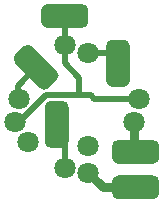
<source format=gtl>
%TF.GenerationSoftware,KiCad,Pcbnew,(5.1.6)-1*%
%TF.CreationDate,2020-06-08T02:24:45-04:00*%
%TF.ProjectId,HAT_SWITCH_BREAKOUT,4841545f-5357-4495-9443-485f42524541,rev?*%
%TF.SameCoordinates,Original*%
%TF.FileFunction,Copper,L1,Top*%
%TF.FilePolarity,Positive*%
%FSLAX46Y46*%
G04 Gerber Fmt 4.6, Leading zero omitted, Abs format (unit mm)*
G04 Created by KiCad (PCBNEW (5.1.6)-1) date 2020-06-08 02:24:45*
%MOMM*%
%LPD*%
G01*
G04 APERTURE LIST*
%TA.AperFunction,ComponentPad*%
%ADD10C,1.800000*%
%TD*%
%TA.AperFunction,WasherPad*%
%ADD11C,1.800000*%
%TD*%
%TA.AperFunction,Conductor*%
%ADD12C,0.508000*%
%TD*%
%TA.AperFunction,Conductor*%
%ADD13C,0.762000*%
%TD*%
G04 APERTURE END LIST*
%TO.P,J6,1*%
%TO.N,Net-(J6-Pad1)*%
%TA.AperFunction,SMDPad,CuDef*%
G36*
G01*
X124340999Y-109440999D02*
X121340999Y-109440999D01*
G75*
G02*
X120840999Y-108940999I0J500000D01*
G01*
X120840999Y-107940999D01*
G75*
G02*
X121340999Y-107440999I500000J0D01*
G01*
X124340999Y-107440999D01*
G75*
G02*
X124840999Y-107940999I0J-500000D01*
G01*
X124840999Y-108940999D01*
G75*
G02*
X124340999Y-109440999I-500000J0D01*
G01*
G37*
%TD.AperFunction*%
%TD*%
%TO.P,J5,1*%
%TO.N,Net-(J5-Pad1)*%
%TA.AperFunction,SMDPad,CuDef*%
G36*
G01*
X118340999Y-94940999D02*
X115340999Y-94940999D01*
G75*
G02*
X114840999Y-94440999I0J500000D01*
G01*
X114840999Y-93440999D01*
G75*
G02*
X115340999Y-92940999I500000J0D01*
G01*
X118340999Y-92940999D01*
G75*
G02*
X118840999Y-93440999I0J-500000D01*
G01*
X118840999Y-94440999D01*
G75*
G02*
X118340999Y-94940999I-500000J0D01*
G01*
G37*
%TD.AperFunction*%
%TD*%
%TO.P,J4,1*%
%TO.N,Net-(J4-Pad1)*%
%TA.AperFunction,SMDPad,CuDef*%
G36*
G01*
X114763838Y-100045992D02*
X112642518Y-97924671D01*
G75*
G02*
X112642518Y-97217565I353553J353553D01*
G01*
X113349625Y-96510458D01*
G75*
G02*
X114056731Y-96510458I353553J-353553D01*
G01*
X116178052Y-98631779D01*
G75*
G02*
X116178052Y-99338885I-353553J-353553D01*
G01*
X115470945Y-100045992D01*
G75*
G02*
X114763839Y-100045992I-353553J353553D01*
G01*
G37*
%TD.AperFunction*%
%TD*%
%TO.P,J3,1*%
%TO.N,Net-(J3-Pad1)*%
%TA.AperFunction,SMDPad,CuDef*%
G36*
G01*
X115156807Y-104612817D02*
X115156807Y-101612817D01*
G75*
G02*
X115656807Y-101112817I500000J0D01*
G01*
X116656807Y-101112817D01*
G75*
G02*
X117156807Y-101612817I0J-500000D01*
G01*
X117156807Y-104612817D01*
G75*
G02*
X116656807Y-105112817I-500000J0D01*
G01*
X115656807Y-105112817D01*
G75*
G02*
X115156807Y-104612817I0J500000D01*
G01*
G37*
%TD.AperFunction*%
%TD*%
%TO.P,J2,1*%
%TO.N,Net-(J2-Pad1)*%
%TA.AperFunction,SMDPad,CuDef*%
G36*
G01*
X121340999Y-104440999D02*
X124340999Y-104440999D01*
G75*
G02*
X124840999Y-104940999I0J-500000D01*
G01*
X124840999Y-105940999D01*
G75*
G02*
X124340999Y-106440999I-500000J0D01*
G01*
X121340999Y-106440999D01*
G75*
G02*
X120840999Y-105940999I0J500000D01*
G01*
X120840999Y-104940999D01*
G75*
G02*
X121340999Y-104440999I500000J0D01*
G01*
G37*
%TD.AperFunction*%
%TD*%
%TO.P,J1,1*%
%TO.N,Net-(J1-Pad1)*%
%TA.AperFunction,SMDPad,CuDef*%
G36*
G01*
X122340999Y-96440999D02*
X122340999Y-99440999D01*
G75*
G02*
X121840999Y-99940999I-500000J0D01*
G01*
X120840999Y-99940999D01*
G75*
G02*
X120340999Y-99440999I0J500000D01*
G01*
X120340999Y-96440999D01*
G75*
G02*
X120840999Y-95940999I500000J0D01*
G01*
X121840999Y-95940999D01*
G75*
G02*
X122340999Y-96440999I0J-500000D01*
G01*
G37*
%TD.AperFunction*%
%TD*%
D10*
%TO.P,S1,COM*%
%TO.N,Net-(J6-Pad1)*%
X118840999Y-107196999D03*
%TO.P,S1,PUSH3*%
%TO.N,Net-(J5-Pad1)*%
X123096999Y-100940999D03*
%TO.P,S1,B*%
%TO.N,Net-(J2-Pad1)*%
X122685999Y-102940999D03*
D11*
%TO.P,S1,*%
%TO.N,*%
X118840999Y-104940999D03*
D10*
%TO.P,S1,C*%
%TO.N,Net-(J3-Pad1)*%
X116840999Y-106788999D03*
%TO.P,S1,GND*%
%TO.N,N/C*%
X113690999Y-104638999D03*
%TO.P,S1,PUSH1*%
%TO.N,Net-(J5-Pad1)*%
X112584999Y-102940999D03*
%TO.P,S1,D*%
%TO.N,Net-(J4-Pad1)*%
X112992999Y-100940999D03*
%TO.P,S1,PUSH2*%
%TO.N,Net-(J5-Pad1)*%
X116840999Y-96414999D03*
%TO.P,S1,A*%
%TO.N,Net-(J1-Pad1)*%
X118840999Y-97092999D03*
%TD*%
D12*
%TO.N,Net-(J1-Pad1)*%
X121188999Y-97092999D02*
X121340999Y-96940999D01*
X118840999Y-97092999D02*
X121188999Y-97092999D01*
D13*
%TO.N,Net-(J2-Pad1)*%
X122685999Y-102940999D02*
X122685999Y-105285999D01*
X122685999Y-105285999D02*
X122840999Y-105440999D01*
D12*
%TO.N,Net-(J3-Pad1)*%
X116840999Y-106788999D02*
X116840999Y-104440999D01*
X116840999Y-104440999D02*
X115840999Y-103440999D01*
X115840999Y-103440999D02*
X115840999Y-102940999D01*
%TO.N,Net-(J4-Pad1)*%
X114410285Y-98278225D02*
X112840999Y-99847511D01*
X112840999Y-99847511D02*
X112840999Y-100940999D01*
%TO.N,Net-(J5-Pad1)*%
X112584999Y-102940999D02*
X112979451Y-102940999D01*
X112979451Y-102940999D02*
X115274001Y-100646449D01*
X119046449Y-100646449D02*
X119340999Y-100940999D01*
X123096999Y-100940999D02*
X119340999Y-100940999D01*
X118046449Y-99146449D02*
X118046449Y-100646449D01*
X116840999Y-97940999D02*
X118046449Y-99146449D01*
X116840999Y-96414999D02*
X116840999Y-97940999D01*
X115274001Y-100646449D02*
X118046449Y-100646449D01*
X118046449Y-100646449D02*
X119046449Y-100646449D01*
X116840999Y-96414999D02*
X116840999Y-93940999D01*
D13*
%TO.N,Net-(J6-Pad1)*%
X118840999Y-107196999D02*
X120084999Y-108440999D01*
X120084999Y-108440999D02*
X122840999Y-108440999D01*
%TD*%
M02*

</source>
